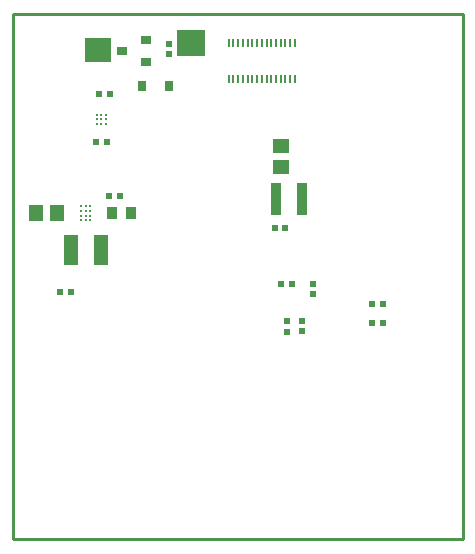
<source format=gbr>
G04 EAGLE Gerber RS-274X export*
G75*
%MOMM*%
%FSLAX34Y34*%
%LPD*%
%INSolderpaste Bottom*%
%IPPOS*%
%AMOC8*
5,1,8,0,0,1.08239X$1,22.5*%
G01*
%ADD10R,1.450000X1.150000*%
%ADD11R,0.620000X0.620000*%
%ADD12R,0.950000X1.000000*%
%ADD13R,1.150000X1.450000*%
%ADD14R,2.489200X2.235200*%
%ADD15R,0.187963X0.685800*%
%ADD16R,1.308100X2.540000*%
%ADD17R,0.900000X0.797459*%
%ADD18R,0.500000X0.500000*%
%ADD19C,0.243841*%
%ADD20C,0.240031*%
%ADD21R,0.800000X0.900000*%
%ADD22R,2.235200X2.057400*%
%ADD23R,0.812800X2.667000*%
%ADD24C,0.254000*%


D10*
X227330Y315358D03*
X227330Y333358D03*
D11*
X236148Y216154D03*
X227148Y216154D03*
X230560Y263398D03*
X221560Y263398D03*
X81970Y376682D03*
X72970Y376682D03*
X79430Y336550D03*
X70430Y336550D03*
X304364Y183388D03*
X313364Y183388D03*
X304364Y198882D03*
X313364Y198882D03*
X232410Y184586D03*
X232410Y175586D03*
X254000Y207336D03*
X254000Y216336D03*
X244856Y185094D03*
X244856Y176094D03*
X81352Y290830D03*
X90352Y290830D03*
D12*
X83948Y276098D03*
X99948Y276098D03*
D13*
X37702Y275844D03*
X19702Y275844D03*
D14*
X150876Y420116D03*
D15*
X210820Y420497D03*
X206820Y420497D03*
X202820Y420497D03*
X198820Y420497D03*
X194820Y420497D03*
X190820Y420497D03*
X186820Y420497D03*
X182820Y420497D03*
X238820Y420497D03*
X234820Y420497D03*
X230820Y420497D03*
X226820Y420497D03*
X222820Y420497D03*
X218820Y420497D03*
X214820Y420497D03*
X210820Y389763D03*
X206820Y389763D03*
X202820Y389763D03*
X198820Y389763D03*
X194820Y389763D03*
X190820Y389763D03*
X186820Y389763D03*
X182820Y389763D03*
X238820Y389763D03*
X234820Y389763D03*
X230820Y389763D03*
X226820Y389763D03*
X222820Y389763D03*
X218820Y389763D03*
X214820Y389763D03*
D16*
X74295Y245110D03*
X49149Y245110D03*
D17*
X112616Y423012D03*
X92616Y413512D03*
X112616Y404012D03*
D18*
X132334Y419536D03*
X132334Y410536D03*
X49204Y209296D03*
X40204Y209296D03*
D19*
X65722Y270098D03*
X65722Y274098D03*
X65722Y278098D03*
X65722Y282098D03*
X61722Y270098D03*
X61722Y274098D03*
X61722Y278098D03*
X61722Y282098D03*
X57722Y270098D03*
X57722Y274098D03*
X57722Y278098D03*
X57722Y282098D03*
D20*
X78930Y359600D03*
X74930Y359600D03*
X70930Y359600D03*
X78930Y355600D03*
X74930Y355600D03*
X70930Y355600D03*
X78930Y351600D03*
X74930Y351600D03*
X70930Y351600D03*
D21*
X109150Y383794D03*
X132150Y383794D03*
D22*
X72390Y414147D03*
D23*
X244934Y287782D03*
X222934Y287782D03*
D24*
X0Y0D02*
X381000Y0D01*
X381000Y444500D01*
X0Y444500D01*
X0Y0D01*
M02*

</source>
